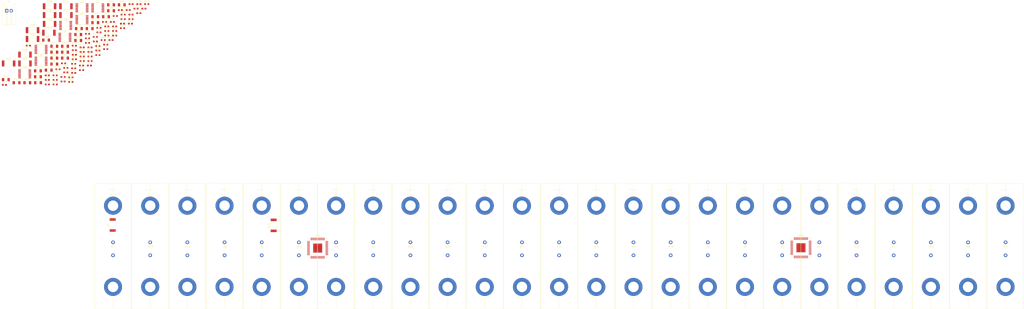
<source format=kicad_pcb>
(kicad_pcb (version 20211014) (generator pcbnew)
  (layers (0 "F.Cu" signal) (31 "B.Cu" signal) (34 "B.Paste" user) (35 "F.Paste" user) (36 "B.SilkS" user "B.Silkscreen") (37 "F.SilkS" user "F.Silkscreen") (38 "B.Mask" user) (39 "F.Mask" user) (44 "Edge.Cuts" user))
  (net 0 "")
  (net 1 "Net-(B8-Pad2)")
  (net 2 "/BatteryBus1.C1")
  (net 3 "Net-(B11-Pad2)")
  (net 4 "/BatteryBus1.C4")
  (net 5 "Net-(B1-Pad2)")
  (net 6 "/BatteryBus1.C3")
  (net 7 "Net-(B2-Pad2)")
  (net 8 "/BatteryBus1.C2")
  (net 9 "Net-(B10-Pad2)")
  (net 10 "/BatteryBus1.C12")
  (net 11 "Net-(B1-Pad1)")
  (net 12 "/BatteryBus1.C11")
  (net 13 "Net-(B7-Pad2)")
  (net 14 "/BatteryBus1.C10")
  (net 15 "Net-(B10-Pad1)")
  (net 16 "/BatteryBus1.C9")
  (net 17 "Net-(B3-Pad2)")
  (net 18 "/BatteryBus1.C8")
  (net 19 "/BatteryBus.C14")
  (net 20 "/BatteryBus1.C7")
  (net 21 "Net-(B4-Pad2)")
  (net 22 "/BatteryBus1.C6")
  (net 23 "Net-(B5-Pad2)")
  (net 24 "/BatteryBus1.C5")
  (net 25 "Net-(B6-Pad2)")
  (net 26 "Net-(B21-Pad2)")
  (net 27 "/BatteryBus1.S1")
  (net 28 "Net-(B24-Pad2)")
  (net 29 "/BatteryBus1.C0")
  (net 30 "/BatteryBus1.S4")
  (net 31 "/BatteryBus1.S3")
  (net 32 "/BatteryBus1.S2")
  (net 33 "/BatteryBus1.S12")
  (net 34 "/BatteryBus1.S11")
  (net 35 "/BatteryBus1.S10")
  (net 36 "/BatteryBus1.S9")
  (net 37 "/BatteryBus1.S8")
  (net 38 "/BatteryBus1.S7")
  (net 39 "/BatteryBus1.S6")
  (net 40 "/BatteryBus1.S5")
  (net 41 "Net-(B14-Pad2)")
  (net 42 "/BatteryBus.C1")
  (net 43 "Net-(B15-Pad2)")
  (net 44 "/BatteryBus.C4")
  (net 45 "Net-(B23-Pad2)")
  (net 46 "/BatteryBus.C3")
  (net 47 "Net-(B13-Pad1)")
  (net 48 "/BatteryBus.C2")
  (net 49 "Net-(B13-Pad2)")
  (net 50 "/BatteryBus.C12")
  (net 51 "Net-(B20-Pad2)")
  (net 52 "/BatteryBus.C11")
  (net 53 "Net-(B22-Pad2)")
  (net 54 "/BatteryBus.C10")
  (net 55 "Net-(B16-Pad2)")
  (net 56 "/BatteryBus.C9")
  (net 57 "Net-(B17-Pad2)")
  (net 58 "/BatteryBus.C8")
  (net 59 "Net-(B18-Pad2)")
  (net 60 "/BatteryBus.C7")
  (net 61 "Net-(B19-Pad2)")
  (net 62 "/BatteryBus.C6")
  (net 63 "/SCL2")
  (net 64 "/BatteryBus.C5")
  (net 65 "/SDA2")
  (net 66 "/BatteryBus.C13")
  (net 67 "/BatteryBus.S1")
  (net 68 "/BatteryBus.C0")
  (net 69 "/BatteryBus.S4")
  (net 70 "/BatteryBus.S3")
  (net 71 "/BatteryBus.S2")
  (net 72 "/BatteryBus.S12")
  (net 73 "/BatteryBus.S11")
  (net 74 "/BatteryBus.S10")
  (net 75 "/BatteryBus.S9")
  (net 76 "/BatteryBus.S8")
  (net 77 "/BatteryBus.S7")
  (net 78 "/BatteryBus.S6")
  (net 79 "/BatteryBus.S5")
  (net 80 "/C+201")
  (net 81 "/C+202")
  (net 82 "/C+203")
  (net 83 "/CT201")
  (net 84 "/CT202")
  (net 85 "/CT203")
  (net 86 "/CT204")
  (net 87 "/D21")
  (net 90 "/CT206")
  (net 91 "/CT205")
  (net 92 "VDD")
  (net 93 "GND2")
  (net 94 "/C+204")
  (net 95 "/C+206")
  (net 96 "/C+205")
  (net 97 "/C+207")
  (net 98 "/C+208")
  (net 99 "/CT207")
  (net 100 "/CT208")
  (net 101 "/CT209")
  (net 102 "/CT210")
  (net 103 "/D22")
  (net 106 "/CT212")
  (net 107 "/CT211")
  (net 108 "/C+209")
  (net 109 "/C+210")
  (net 110 "/C+212")
  (net 111 "/C+211")
  (net 112 "/SCL1")
  (net 113 "/CT101")
  (net 114 "/CT102")
  (net 115 "/CT103")
  (net 116 "/CT104")
  (net 117 "/D11")
  (net 119 "/CT107")
  (net 120 "/CT106")
  (net 121 "/CT105")
  (net 122 "VD")
  (net 123 "GND1")
  (net 124 "/SDA1")
  (net 125 "/C+108")
  (net 126 "/C+109")
  (net 127 "/C+110")
  (net 128 "/C+111")
  (net 129 "/CT108")
  (net 130 "/CT109")
  (net 131 "/CT110")
  (net 132 "/CT111")
  (net 133 "/D12")
  (net 136 "/CT113")
  (net 137 "/CT112")
  (net 138 "/C+113")
  (net 139 "/C+112")
  (net 140 "VDC")
  (net 141 "/C+101")
  (net 142 "/BatteryBus1.S15")
  (net 143 "/BatteryBus1.S14")
  (net 144 "/BatteryBus1.S13")
  (net 145 "/C+102")
  (net 146 "/C+103")
  (net 147 "/C+104")
  (net 148 "/C+107")
  (net 149 "/C+106")
  (net 150 "/C+105")
  (net 157 "Net-(R1-Pad2)")
  (net 158 "Net-(C2-Pad1)")
  (net 159 "Net-(C1-Pad1)")
  (net 162 "/BatteryBus.S15")
  (net 163 "/BatteryBus.S14")
  (net 164 "/BatteryBus.S13")
  (net 171 "Net-(C4-Pad2)")
  (net 176 "Net-(R7-Pad2)")
  (net 177 "Net-(R2-Pad2)")
  (net 180 "Net-(T1-Pad3)")
  (net 181 "VCC")
  (net 182 "/BatteryBus1.C14")
  (net 190 "Net-(C3-Pad2)")
  (net 195 "Net-(R8-Pad2)")
  (net 196 "Net-(T1-Pad4)")
  (net 197 "Net-(C2-Pad2)")
  (net 198 "Net-(C1-Pad2)")
  (net 199 "GND")
  (net 200 "/IPA")
  (net 201 "/IMA")
  (footprint "Resistor_SMD:R_1206_3216Metric_Pad1.30x1.75mm_HandSolder" (layer "F.Cu") (at 17.15 -63.63)
    (fp_text reference "R57")
    (fp_text value "10")
  )
  (footprint "Capacitor_SMD:C_0603_1608Metric_Pad1.08x0.95mm_HandSolder" (layer "F.Cu") (at -9.4 -28.6)
    (fp_text reference "C1")
    (fp_text value "10nF")
  )
  (footprint "Resistor_SMD:R_1206_3216Metric_Pad1.30x1.75mm_HandSolder" (layer "F.Cu") (at 25.9 -70.22)
    (fp_text reference "R54")
    (fp_text value "10")
  )
  (footprint "AERO_Footprints:VTC-6" (layer "F.Cu") (at 377.2 63.6)
    (fp_text reference "B7")
    (fp_text value "VTC6+T")
  )
  (footprint "AERO_Footprints:VTC-6" (layer "F.Cu") (at 171.2 63.6)
    (fp_text reference "B2")
    (fp_text value "VTC6+T")
  )
  (footprint "Resistor_SMD:R_1206_3216Metric_Pad1.30x1.75mm_HandSolder" (layer "F.Cu") (at -10.1 -50.66)
    (fp_text reference "R60")
    (fp_text value "10")
  )
  (footprint "Resistor_SMD:R_0603_1608Metric_Pad0.98x0.95mm_HandSolder" (layer "F.Cu") (at 27.9 -53.2)
    (fp_text reference "R44")
    (fp_text value "680")
  )
  (footprint "Capacitor_SMD:C_0603_1608Metric_Pad1.08x0.95mm_HandSolder" (layer "F.Cu") (at 9.9 -44.1)
    (fp_text reference "C26")
    (fp_text value "100nF")
  )
  (footprint "Resistor_SMD:R_0603_1608Metric_Pad0.98x0.95mm_HandSolder" (layer "F.Cu") (at -5.05 -28.6)
    (fp_text reference "R46")
    (fp_text value "680")
  )
  (footprint "Resistor_SMD:R_0603_1608Metric_Pad0.98x0.95mm_HandSolder" (layer "F.Cu") (at 9.9 -39.08)
    (fp_text reference "R89")
    (fp_text value "680")
  )
  (footprint "AERO_Footprints:VTC-6" (layer "F.Cu") (at 47.6 63.6)
    (fp_text reference "B19")
    (fp_text value "VTC6+T")
  )
  (footprint "Resistor_SMD:R_2512_6332Metric_Pad1.40x3.35mm_HandSolder" (layer "F.Cu") (at -8.15 -64.53)
    (fp_text reference "R30")
    (fp_text value "21")
  )
  (footprint "Resistor_SMD:R_1206_3216Metric_Pad1.30x1.75mm_HandSolder" (layer "F.Cu") (at -14.6 -33.64)
    (fp_text reference "R13")
    (fp_text value "10")
  )
  (footprint "Resistor_SMD:R_1206_3216Metric_Pad1.30x1.75mm_HandSolder" (layer "F.Cu") (at 14.05 -57.04)
    (fp_text reference "R56")
    (fp_text value "10")
  )
  (footprint "Resistor_SMD:R_0603_1608Metric_Pad0.98x0.95mm_HandSolder" (layer "F.Cu") (at 14.25 -39.08)
    (fp_text reference "R70")
    (fp_text value "21")
  )
  (footprint "AERO_Footprints:VTC-6" (layer "F.Cu") (at 150.6 63.6)
    (fp_text reference "B5")
    (fp_text value "VTC6+T")
  )
  (footprint "Capacitor_SMD:C_0603_1608Metric_Pad1.08x0.95mm_HandSolder" (layer "F.Cu") (at -33.2 -25.85)
    (fp_text reference "C15")
    (fp_text value "100nF")
  )
  (footprint "Resistor_SMD:R_2512_6332Metric_Pad1.40x3.35mm_HandSolder" (layer "F.Cu") (at -21.8 -37.73)
    (fp_text reference "R34")
    (fp_text value "21")
  )
  (footprint "Resistor_SMD:R_0603_1608Metric_Pad0.98x0.95mm_HandSolder" (layer "F.Cu") (at 19.2 -57.44)
    (fp_text reference "R36")
    (fp_text value "680")
  )
  (footprint "Capacitor_SMD:C_0603_1608Metric_Pad1.08x0.95mm_HandSolder" (layer "F.Cu") (at 14.25 -46.61)
    (fp_text reference "C10")
    (fp_text value "100nF")
  )
  (footprint "Resistor_SMD:R_0603_1608Metric_Pad0.98x0.95mm_HandSolder" (layer "F.Cu") (at 23.55 -55.71)
    (fp_text reference "R79")
    (fp_text value "680")
  )
  (footprint "Resistor_SMD:R_0603_1608Metric_Pad0.98x0.95mm_HandSolder" (layer "F.Cu") (at 22.3 -60.73)
    (fp_text reference "R45")
    (fp_text value "680")
  )
  (footprint "Capacitor_SMD:C_0603_1608Metric_Pad1.08x0.95mm_HandSolder" (layer "F.Cu") (at 5.2 -35.01)
    (fp_text reference "C16")
    (fp_text value "100nF")
  )
  (footprint "AERO_Footprints:VTC-6" (layer "F.Cu") (at 439 63.6)
    (fp_text reference "B25")
    (fp_text value "VTC6+T")
  )
  (footprint "Capacitor_SMD:C_0603_1608Metric_Pad1.08x0.95mm_HandSolder" (layer "F.Cu") (at 17.2 -49.91)
    (fp_text reference "C12")
    (fp_text value "100nF")
  )
  (footprint "Capacitor_SMD:C_0603_1608Metric_Pad1.08x0.95mm_HandSolder" (layer "F.Cu") (at 36.95 -64.81)
    (fp_text reference "C7")
    (fp_text value "100nF")
  )
  (footprint "Capacitor_SMD:C_0603_1608Metric_Pad1.08x0.95mm_HandSolder" (layer "F.Cu") (at 26.65 -60.73)
    (fp_text reference "C8")
    (fp_text value "100nF")
  )
  (footprint "AERO_Footprints:VTC-6" (layer "F.Cu") (at 418.4 63.6)
    (fp_text reference "B11")
    (fp_text value "VTC6+T")
  )
  (footprint "Capacitor_SMD:C_0603_1608Metric_Pad1.08x0.95mm_HandSolder" (layer "F.Cu") (at 27.9 -58.22)
    (fp_text reference "C9")
    (fp_text value "100nF")
  )
  (footprint "Resistor_SMD:R_0603_1608Metric_Pad0.98x0.95mm_HandSolder" (layer "F.Cu") (at 9.55 -34.06)
    (fp_text reference "R40")
    (fp_text value "680")
  )
  (footprint "AERO_Footprints:QFP-64_11x11_Pitch0.5mm" (layer "F.Cu") (at 408.2 64.4)
    (fp_text reference "U10")
    (fp_text value "LTC6812-1")
  )
  (footprint "Resistor_SMD:R_1206_3216Metric_Pad1.30x1.75mm_HandSolder" (layer "F.Cu") (at 8.1 -57.04)
    (fp_text reference "R21")
    (fp_text value "10")
  )
  (footprint "AERO_Footprints:VTC-6" (layer "F.Cu") (at 459.6 63.6)
    (fp_text reference "B17")
    (fp_text value "VTC6+T")
  )
  (footprint "Resistor_SMD:R_2512_6332Metric_Pad1.40x3.35mm_HandSolder" (layer "F.Cu") (at -17.6 -51.28)
    (fp_text reference "R29")
    (fp_text value "21")
  )
  (footprint "AERO_Footprints:VTC-6" (layer "F.Cu") (at 336 63.6)
    (fp_text reference "B18")
    (fp_text value "VTC6+T")
  )
  (footprint "Resistor_SMD:R_1206_3216Metric_Pad1.30x1.75mm_HandSolder" (layer "F.Cu") (at -8.65 -34.01)
    (fp_text reference "R14")
    (fp_text value "10")
  )
  (footprint "Connector_JST:JST_XH_S2B-XH-A-1_1x02_P2.50mm_Horizontal" (layer "F.Cu") (at -31.9 -66.94)
    (fp_text reference "J1")
    (fp_text value "Conn_01x02")
  )
  (footprint "Resistor_SMD:R_1206_3216Metric_Pad1.30x1.75mm_HandSolder" (layer "F.Cu") (at 17.15 -60.34)
    (fp_text reference "R15")
    (fp_text value "10")
  )
  (footprint "Capacitor_SMD:C_0603_1608Metric_Pad1.08x0.95mm_HandSolder" (layer "F.Cu") (at 39.75 -68.1)
    (fp_text reference "C24")
    (fp_text value "100nF")
  )
  (footprint "Resistor_SMD:R_0603_1608Metric_Pad0.98x0.95mm_HandSolder" (layer "F.Cu") (at -3.5 -34.49)
    (fp_text reference "R69")
    (fp_text value "21")
  )
  (footprint "Resistor_SMD:R_2512_6332Metric_Pad1.40x3.35mm_HandSolder" (layer "F.Cu") (at -8.15 -69.42)
    (fp_text reference "R28")
    (fp_text value "21")
  )
  (footprint "Resistor_SMD:R_0603_1608Metric_Pad0.98x0.95mm_HandSolder" (layer "F.Cu") (at 23.55 -53.2)
    (fp_text reference "R74")
    (fp_text value "21")
  )
  (footprint "Capacitor_SMD:C_0603_1608Metric_Pad1.08x0.95mm_HandSolder" (layer "F.Cu") (at 31.05 -67.32)
    (fp_text reference "C13")
    (fp_text value "100nF")
  )
  (footprint "Capacitor_SMD:C_0603_1608Metric_Pad1.08x0.95mm_HandSolder" (layer "F.Cu") (at 25.9 -50.69)
    (fp_text reference "C6")
    (fp_text value "100nf")
  )
  (footprint "Resistor_SMD:R_0603_1608Metric_Pad0.98x0.95mm_HandSolder" (layer "F.Cu") (at 22.95 -45.67)
    (fp_text reference "R37")
    (fp_text value "680")
  )
  (footprint "Package_SO:TSSOP-16_4.4x5mm_P0.65mm" (layer "F.Cu") (at -12.9 -45.54)
    (fp_text reference "U7")
    (fp_text value "ADG728")
  )
  (footprint "Resistor_SMD:R_0603_1608Metric_Pad0.98x0.95mm_HandSolder" (layer "F.Cu") (at 22.95 -48.18)
    (fp_text reference "R81")
    (fp_text value "680")
  )
  (footprint "Capacitor_SMD:C_0603_1608Metric_Pad1.08x0.95mm_HandSolder" (layer "F.Cu") (at 0.85 -32.76)
    (fp_text reference "C31")
    (fp_text value "100nF")
  )
  (footprint "Resistor_SMD:R_0603_1608Metric_Pad0.98x0.95mm_HandSolder" (layer "F.Cu") (at 17.2 -52.42)
    (fp_text reference "R43")
    (fp_text value "680")
  )
  (footprint "Resistor_SMD:R_0603_1608Metric_Pad0.98x0.95mm_HandSolder" (layer "F.Cu") (at 32.25 -57.28)
    (fp_text reference "R64")
    (fp_text value "21")
  )
  (footprint "Resistor_SMD:R_0603_1608Metric_Pad0.98x0.95mm_HandSolder" (layer "F.Cu") (at 5.2 -37.52)
    (fp_text reference "R85")
    (fp_text value "680")
  )
  (footprint "Resistor_SMD:R_1206_3216Metric_Pad1.30x1.75mm_HandSolder" (layer "F.Cu") (at -5.55 -43.97)
    (fp_text reference "R11")
    (fp_text value "10")
  )
  (footprint "Resistor_SMD:R_0603_1608Metric_Pad0.98x0.95mm_HandSolder" (layer "F.Cu") (at 18.6 -47.4)
    (fp_text reference "R86")
    (fp_text value "680")
  )
  (footprint "Resistor_SMD:R_1206_3216Metric_Pad1.30x1.75mm_HandSolder" (layer "F.Cu") (at 25.9 -66.93)
    (fp_text reference "R59")
    (fp_text value "10")
  )
  (footprint "Package_SO:TSSOP-16_4.4x5mm_P0.65mm" (layer "F.Cu") (at 9.8 -68.57)
    (fp_text reference "U3")
    (fp_text value "ADG728")
  )
  (footprint "Resistor_SMD:R_0603_1608Metric_Pad0.98x0.95mm_HandSolder" (layer "F.Cu") (at -0.4 -37.78)
    (fp_text reference "R41")
    (fp_text value "680")
  )
  (footprint "Resistor_SMD:R_1206_3216Metric_Pad1.30x1.75mm_HandSolder" (layer "F.Cu") (at -32.4 -28.75)
    (fp_text reference "R12")
    (fp_text value "10")
  )
  (footprint "AERO_Footprints:VTC-6" (layer "F.Cu") (at 212.4 63.6)
    (fp_text reference "B20")
    (fp_text value "VTC6+T")
  )
  (footprint "Resistor_SMD:R_0603_1608Metric_Pad0.98x0.95mm_HandSolder" (layer "F.Cu") (at 5.55 -40.03)
    (fp_text reference "R80")
    (fp_text value "680")
  )
  (footprint "Capacitor_SMD:C_0603_1608Metric_Pad1.08x0.95mm_HandSolder" (layer "F.Cu") (at 32.25 -59.79)
    (fp_text reference "C4")
    (fp_text value "1uf")
  )
  (footprint "Resistor_SMD:R_0603_1608Metric_Pad0.98x0.95mm_HandSolder" (layer "F.Cu") (at 36.95 -62.3)
    (fp_text reference "R39")
    (fp_text value "680")
  )
  (footprint "Package_SO:TSSOP-16_4.4x5mm_P0.65mm" (layer "F.Cu") (at -21.95 -31.99)
    (fp_text reference "U8")
    (fp_text value "ADG728")
  )
  (footprint "Resistor_SMD:R_2512_6332Metric_Pad1.40x3.35mm_HandSolder" (layer "F.Cu") (at -21.8 -42.62)
    (fp_text reference "R26")
    (fp_text value "21")
  )
  (footprint "AERO_Footprints:VTC-6" (layer "F.Cu") (at 315.4 63.6)
    (fp_text reference "B4")
    (fp_text value "VTC6+T")
  )
  (footprint "Resistor_SMD:R_2512_6332Metric_Pad1.40x3.35mm_HandSolder" (layer "F.Cu") (at 26.8 51.8 90)
    (fp_text reference "R1")
    (fp_text value "1k")
  )
  (footprint "Resistor_SMD:R_0603_1608Metric_Pad0.98x0.95mm_HandSolder" (layer "F.Cu") (at 21.55 -50.69)
    (fp_text reference "R84")
    (fp_text value "680")
  )
  (footprint "AERO_Footprints:VTC-6" (layer "F.Cu") (at 480.2 63.6)
    (fp_text reference "B23")
    (fp_text value "VTC6+T")
  )
  (footprint "Capacitor_SMD:C_0603_1608Metric_Pad1.08x0.95mm_HandSolder" (layer "F.Cu") (at 41.35 -70.61)
    (fp_text reference "C29")
    (fp_text value "100nF")
  )
  (footprint "Capacitor_SMD:C_0603_1608Metric_Pad1.08x0.95mm_HandSolder" (layer "F.Cu") (at 5.55 -42.54)
    (fp_text reference "C19")
    (fp_text value "100nF")
  )
  (footprint "AERO_Footprints:VTC-6" (layer "F.Cu") (at 88.8 63.6)
    (fp_text reference "B6")
    (fp_text value "VTC6+T")
  )
  (footprint "Capacitor_SMD:C_0603_1608Metric_Pad1.08x0.95mm_HandSolder" (layer "F.Cu") (at 18.6 -44.89)
    (fp_text reference "C2")
    (fp_text value "10nF")
  )
  (footprint "Resistor_SMD:R_0603_1608Metric_Pad0.98x0.95mm_HandSolder" (layer "F.Cu") (at 3.65 -29.99)
    (fp_text reference "R50")
    (fp_text value "100")
  )
  (footprint "Capacitor_SMD:C_0603_1608Metric_Pad1.08x0.95mm_HandSolder" (layer "F.Cu") (at 19.2 -54.93)
    (fp_text reference "C20")
    (fp_text value "100nF")
  )
  (footprint "Package_SO:TSSOP-16_4.4x5mm_P0.65mm" (layer "F.Cu") (at 0.35 -52.2)
    (fp_text reference "U4")
    (fp_text value "ADG728")
  )
  (footprint "AERO_Footprints:VTC-6" (layer "F.Cu") (at 233 63.6)
    (fp_text reference "B22")
    (fp_text value "VTC6+T")
  )
  (footprint "Resistor_SMD:R_0603_1608Metric_Pad0.98x0.95mm_HandSolder" (layer "F.Cu") (at -0.7 -30.25)
    (fp_text reference "R87")
    (fp_text value "680")
  )
  (footprint "Capacitor_SMD:C_0603_1608Metric_Pad1.08x0.95mm_HandSolder" (layer "F.Cu") (at 14.25 -44.1)
    (fp_text reference "C14")
    (fp_text value "100nF")
  )
  (footprint "Resistor_SMD:R_0603_1608Metric_Pad0.98x0.95mm_HandSolder" (layer "F.Cu") (at 12.85 -49.12)
    (fp_text reference "R88")
    (fp_text value "680")
  )
  (footprint "Resistor_SMD:R_0603_1608Metric_Pad0.98x0.95mm_HandSolder" (layer "F.Cu") (at 27.9 -55.71)
    (fp_text reference "R38")
    (fp_text value "680")
  )
  (footprint "Resistor_SMD:R_0603_1608Metric_Pad0.98x0.95mm_HandSolder" (layer "F.Cu") (at 0.85 -35.27)
    (fp_text reference "R65")
    (fp_text value "21")
  )
  (footprint "Package_SO:TSSOP-16_4.4x5mm_P0.65mm" (layer "F.Cu") (at 9.8 -61.98)
    (fp_text reference "U2")
    (fp_text value "ADG728")
  )
  (footprint "Capacitor_SMD:C_0603_1608Metric_Pad1.08x0.95mm_HandSolder" (layer "F.Cu") (at 5.55 -45.05)
    (fp_text reference "C5")
    (fp_text value "100nf")
  )
  (footprint "Resistor_SMD:R_0603_1608Metric_Pad0.98x0.95mm_HandSolder" (layer "F.Cu") (at -19.95 -47.58)
    (fp_text reference "R47")
    (fp_text value "680")
  )
  (footprint "Capacitor_SMD:C_0603_1608Metric_Pad1.08x0.95mm_HandSolder" (layer "F.Cu") (at 5.2 -32.5)
    (fp_text reference "C18")
    (fp_text value "100nF")
  )
  (footprint "Resistor_SMD:R_0603_1608Metric_Pad0.98x0.95mm_HandSolder" (layer "F.Cu") (at 32.6 -64.81)
    (fp_text reference "R68")
    (fp_text value "21")
  )
  (footprint "Resistor_SMD:R_1206_3216Metric_Pad1.30x1.75mm_HandSolder" (layer "F.Cu") (at 0.4 -43.97)
    (fp_text reference "R49")
    (fp_text value "10")
  )
  (footprint "AERO_Footprints:VTC-6" (layer "F.Cu") (at 294.8 63.6)
    (fp_text reference "B15")
    (fp_text value "VTC6+T")
  )
  (footprint "Resistor_SMD:R_1206_3216Metric_Pad1.30x1.75mm_HandSolder" (layer "F.Cu") (at -5.55 -47.26)
    (fp_text reference "R16")
    (fp_text value "10")
  )
  (footprint "Resistor_SMD:R_2512_6332Metric_Pad1.40x3.35mm_HandSolder" (layer "F.Cu") (at -8.55 -54.75)
    (fp_text reference "R23")
    (fp_text value "21")
  )
  (footprint "Resistor_SMD:R_1206_3216Metric_Pad1.30x1.75mm_HandSolder" (layer "F.Cu") (at 0.4 -40.68)
    (fp_text reference "R55")
    (fp_text value "10")
  )
  (footprint "AERO_Footprints:QFP-64_11x11_Pitch0.5mm" (layer "F.Cu") (at 140.4 64.6)
    (fp_text reference "U9")
    (fp_text value "LTC6812-1")
  )
  (footprint "AERO_Footprints:VTC-6" (layer "F.Cu") (at 253.6 63.6)
    (fp_text reference "B21")
    (fp_text value "VTC6+T")
  )
  (footprint "AERO_Footprints:VTC-6" (layer "F.Cu") (at 109.4 63.6)
    (fp_text reference "B1")
    (fp_text value "VTC6+T")
  )
  (footprint "AERO_Footprints:VTC-6" (layer "F.Cu") (at 356.6 63.6)
    (fp_text reference "B9")
    (fp_text value "VTC6+T")
  )
  (footprint "Resistor_SMD:R_1206_3216Metric_Pad1.30x1.75mm_HandSolder" (layer "F.Cu") (at 7.7 -53.75)
    (fp_text reference "R20")
    (fp_text value "10")
  )
  (footprint "Resistor_SMD:R_2512_6332Metric_Pad1.40x3.35mm_HandSolder" (layer "F.Cu") (at -30.85 -37.73)
    (fp_text reference "R32")
    (fp_text value "21")
  )
  (footprint "Package_SO:TSSOP-16_4.4x5mm_P0.65mm" (layer "F.Cu") (at -12.9 -38.95)
    (fp_text reference "U5")
    (fp_text value "ADG728")
  )
  (footprint "Resistor_SMD:R_2512_6332Metric_Pad1.40x3.35mm_HandSolder" (layer "F.Cu") (at -8.15 -59.64)
    (fp_text reference "R33")
    (fp_text value "21")
  )
  (footprint "Resistor_SMD:R_0603_1608Metric_Pad0.98x0.95mm_HandSolder" (layer "F.Cu") (at 9.55 -36.57)
    (fp_text reference "R10")
    (fp_text value "10")
  )
  (footprint "Resistor_SMD:R_0603_1608Metric_Pad0.98x0.95mm_HandSolder" (layer "F.Cu") (at -5.1 -31.11)
    (fp_text reference "R72")
    (fp_text value "21")
  )
  (footprint "Resistor_SMD:R_1206_3216Metric_Pad1.30x1.75mm_HandSolder" (layer "F.Cu") (at -26.45 -27.05)
    (fp_text reference "R17")
    (fp_text value "10")
  )
  (footprint "Resistor_SMD:R_1206_3216Metric_Pad1.30x1.75mm_HandSolder" (layer "F.Cu") (at -5.55 -37.39)
    (fp_text reference "R52")
    (fp_text value "10")
  )
  (footprint "AERO_Footprints:VTC-6" (layer "F.Cu") (at 274.2 63.6)
    (fp_text reference "B24")
    (fp_text value "VTC6+T")
  )
  (footprint "Resistor_SMD:R_1206_3216Metric_Pad1.30x1.75mm_HandSolder" (layer "F.Cu") (at 0.4 -47.26)
    (fp_text reference "R61")
    (fp_text value "10")
  )
  (footprint "AERO_Footprints:VTC-6" (layer "F.Cu") (at 191.8 63.6)
    (fp_text reference "B10")
    (fp_text value "VTC6+T")
  )
  (footprint "Capacitor_SMD:C_0603_1608Metric_Pad1.08x0.95mm_HandSolder" (layer "F.Cu") (at 37 -70.61)
    (fp_text reference "C11")
    (fp_text value "100nF")
  )
  (footprint "Resistor_SMD:R_0603_1608Metric_Pad0.98x0.95mm_HandSolder" (layer "F.Cu") (at 3.65 -27.48)
    (fp_text reference "R82")
    (fp_text value "680")
  )
  (footprint "AERO_Footprints:VTC-6" (layer "F.Cu") (at 521.6 63.6)
    (fp_text reference "B14")
    (fp_text value "VTC6+T")
  )
  (footprint "Resistor_SMD:R_2512_6332Metric_Pad1.40x3.35mm_HandSolder" (layer "F.Cu") (at 0.9 -64.53)
    (fp_text reference "R27")
    (fp_text value "21")
  )
  (footprint "Capacitor_SMD:C_0603_1608Metric_Pad1.08x0.95mm_HandSolder" (layer "F.Cu") (at 44.1 -68.1)
    (fp_text reference "C21")
    (fp_text value "100nF")
  )
  (footprint "Package_SO:TSSOP-16_4.4x5mm_P0.65mm" (layer "F.Cu") (at 18.55 -68.57)
    (fp_text reference "U1")
    (fp_text value "ADG728")
  )
  (footprint "Resistor_SMD:R_2512_6332Metric_Pad1.40x3.35mm_HandSolder" (layer "F.Cu") (at 116 52 90)
    (fp_text reference "R31")
    (fp_text value "21")
  )
  (footprint "Capacitor_SMD:C_0603_1608Metric_Pad1.08x0.95mm_HandSolder" (layer "F.Cu") (at 35.4 -67.32)
    (fp_text reference "C17")
    (fp_text value "100nF")
  )
  (footprint "AERO_Footprints:VTC-6" (layer "F.Cu") (at 500.8 63.6)
    (fp_text reference "B8")
    (fp_text value "VTC6+T")
  )
  (footprint "Resistor_SMD:R_2512_6332Metric_Pad1.40x3.35mm_HandSolder" (layer "F.Cu") (at -17.6 -56.17)
    (fp_text reference "R25")
    (fp_text value "21")
  )
  (footprint "Capacitor_SMD:C_0603_1608Metric_Pad1.08x0.95mm_HandSolder" (layer "F.Cu") (at -0.7 -27.74)
    (fp_text reference "C3")
    (fp_text value "1uf")
  )
  (footprint "Capacitor_SMD:C_0603_1608Metric_Pad1.08x0.95mm_HandSolder" (layer "F.Cu") (at 9.9 -46.61)
    (fp_text reference "C22")
    (fp_text value "100nF")
  )
  (footprint "Resistor_SMD:R_1206_3216Metric_Pad1.30x1.75mm_HandSolder" (layer "F.Cu") (at -20.5 -27.05)
    (fp_text reference "R48")
    (fp_text value "10")
  )
  (footprint "Capacitor_SMD:C_0603_1608Metric_Pad1.08x0.95mm_HandSolder" (layer "F.Cu") (at 36.6 -59.79)
    (fp_text reference "C27")
    (fp_text value "100nF")
  )
  (footprint "AERO_Footprints:VTC-6" (layer "F.Cu") (at 397.8 63.6)
    (fp_text reference "B3")
    (fp_text value "VTC6+T")
  )
  (footprint "Resistor_SMD:R_1206_3216Metric_Pad1.30x1.75mm_HandSolder" (layer "F.Cu") (at -14.55 -27.06)
    (fp_text reference "R22")
    (fp_text value "10")
  )
  (footprint "Resistor_SMD:R_0603_1608Metric_Pad0.98x0.95mm_HandSolder" (layer "F.Cu") (at 18.6 -42.38)
    (fp_text reference "R62")
    (fp_text value "10")
  )
  (footprint "Capacitor_SMD:C_0603_1608Metric_Pad1.08x0.95mm_HandSolder" (layer "F.Cu") (at 41.3 -65.59)
    (fp_text reference "C28")
    (fp_text value "100nF")
  )
  (footprint "Resistor_SMD:R_0603_1608Metric_Pad0.98x0.95mm_HandSolder" (layer "F.Cu") (at -9.4 -26.09)
    (fp_text reference "R77")
    (fp_text value "680")
  )
  (footprint "AERO_Footprints:VTC-6" (layer "F.Cu") (at 27 63.6)
    (fp_text reference "B12")
    (fp_text value "VTC6+T")
  )
  (footprint "Resistor_SMD:R_0603_1608Metric_Pad0.98x0.95mm_HandSolder" (layer "F.Cu") (at 5.55 -47.56)
    (fp_text reference "R78")
    (fp_text value "680")
  )
  (footprint "Resistor_SMD:R_1206_3216Metric_Pad1.30x1.75mm_HandSolder" (layer "F.Cu") (at -14.6 -30.35)
    (fp_text reference "R53")
    (fp_text value "10")
  )
  (footprint "Resistor_SMD:R_0603_1608Metric_Pad0.98x0.95mm_HandSolder" (layer "F.Cu") (at 28.25 -64.03)
    (fp_text reference "R67")
    (fp_text value "21")
  )
  (footprint "Package_SO:TSSOP-16_4.4x5mm_P0.65mm" (layer "F.Cu") (at 0.75 -58.79)
    (fp_text reference "U6")
    (fp_text value "ADG728")
  )
  (footprint "Resistor_SMD:R_1206_3216Metric_Pad1.30x1.75mm_HandSolder" (layer "F.Cu") (at 31.85 -70.22)
    (fp_text reference "R19")
    (fp_text value "10")
  )
  (footprint "AERO_Footprints:VTC-6" (layer "F.Cu") (at 68.2 63.6)
    (fp_text reference "B13")
    (fp_text value "VTC6+T")
  )
  (footprint "Resistor_SMD:R_0603_1608Metric_Pad0.98x0.95mm_HandSolder" (layer "F.Cu") (at 32.6 -62.3)
    (fp_text reference "R42")
    (fp_text value "680")
  )
  (footprint "Capacitor_SMD:C_0603_1608Metric_Pad1.08x0.95mm_HandSolder" (layer "F.Cu") (at 23.55 -58.22)
    (fp_text reference "C25")
    (fp_text value "100nF")
  )
  (footprint "Resistor_SMD:R_1206_3216Metric_Pad1.30x1.75mm_HandSolder" (layer "F.Cu") (at -5.55 -40.68)
    (fp_text reference "R58")
    (fp_text value "10")
  )
  (footprint "Resistor_SMD:R_0603_1608Metric_Pad0.98x0.95mm_HandSolder" (layer "F.Cu") (at 9.9 -41.59)
    (fp_text reference "R83")
    (fp_text value "680")
  )
  (footprint "Resistor_SMD:R_1206_3216Metric_Pad1.30x1.75mm_HandSolder" (layer "F.Cu") (at 7.7 -50.46)
    (fp_text reference "R18")
    (fp_text value "10")
  )
  (footprint "Resistor_SMD:R_0603_1608Metric_Pad0.98x0.95mm_HandSolder" (layer "F.Cu") (at 45.7 -70.61)
    (fp_text reference "R73")
    (fp_text value "21")
  )
  (footprint "Resistor_SMD:R_1206_3216Metric_Pad1.30x1.75mm_HandSolder" (layer "F.Cu") (at 23.1 -63.63)
    (fp_text reference "R51")
    (fp_text value "10")
  )
  (footprint "Resistor_SMD:R_0603_1608Metric_Pad0.98x0.95mm_HandSolder" (layer "F.Cu") (at 14.25 -41.59)
    (fp_text reference "R71")
    (fp_text value "21")
  )
  (footprint "Resistor_SMD:R_0603_1608Metric_Pad0.98x0.95mm_HandSolder" (layer "F.Cu") (at 12.85 -51.63)
    (fp_text reference "R75")
    (fp_text value "21")
  )
  (footprint "Resistor_SMD:R_0603_1608Metric_Pad0.98x0.95mm_HandSolder" (layer "F.Cu") (at -5.05 -26.09)
    (fp_text reference "R63")
    (fp_text value "21")
  )
  (footprint "AERO_Footprints:VTC-6" (layer "F.Cu") (at 130 63.6)
    (fp_text reference "B16")
    (fp_text value "VTC6+T")
  )
  (footprint "Resistor_SMD:R_2512_6332Metric_Pad1.40x3.35mm_HandSolder" (layer "F.Cu") (at 0.9 -69.42)
    (fp_text reference "R24")
    (fp_text value "21")
  )
  (footprint "Capacitor_SMD:C_0603_1608Metric_Pad1.08x0.95mm_HandSolder" (layer "F.Cu") (at -9.45 -31.11)
    (fp_text reference "C30")
    (fp_text value "100nF")
  )
  (footprint "Resistor_SMD:R_0603_1608Metric_Pad0.98x0.95mm_HandSolder" (layer "F.Cu") (at 12.85 -54.14)
    (fp_text reference "R66")
    (fp_text value "21")
  )
  (footprint "Capacitor_SMD:C_0603_1608Metric_Pad1.08x0.95mm_HandSolder" (layer "F.Cu") (at 13.9 -36.57)
    (fp_text reference "C23")
    (fp_text value "100nF")
  )
)
</source>
